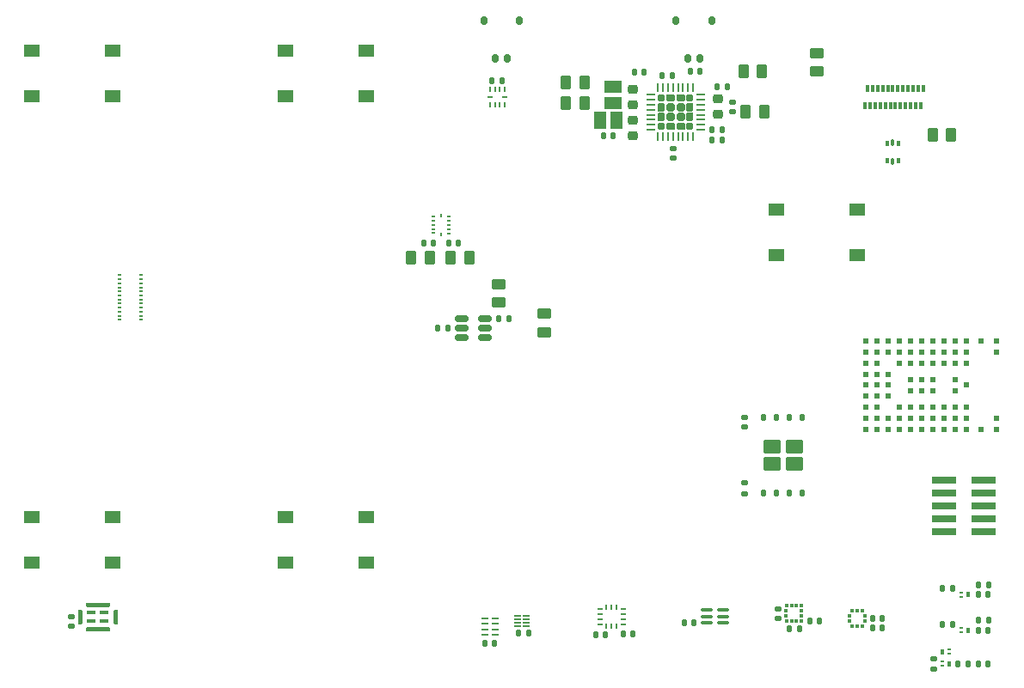
<source format=gbr>
%TF.GenerationSoftware,KiCad,Pcbnew,9.0.1+1*%
%TF.CreationDate,2025-09-19T07:31:43+00:00*%
%TF.ProjectId,ZSWatch-Watch-DevKit,5a535761-7463-4682-9d57-617463682d44,+ (Unreleased)*%
%TF.SameCoordinates,Original*%
%TF.FileFunction,Paste,Top*%
%TF.FilePolarity,Positive*%
%FSLAX46Y46*%
G04 Gerber Fmt 4.6, Leading zero omitted, Abs format (unit mm)*
G04 Created by KiCad (PCBNEW 9.0.1+1) date 2025-09-19 07:31:43*
%MOMM*%
%LPD*%
G01*
G04 APERTURE LIST*
G04 Aperture macros list*
%AMRoundRect*
0 Rectangle with rounded corners*
0 $1 Rounding radius*
0 $2 $3 $4 $5 $6 $7 $8 $9 X,Y pos of 4 corners*
0 Add a 4 corners polygon primitive as box body*
4,1,4,$2,$3,$4,$5,$6,$7,$8,$9,$2,$3,0*
0 Add four circle primitives for the rounded corners*
1,1,$1+$1,$2,$3*
1,1,$1+$1,$4,$5*
1,1,$1+$1,$6,$7*
1,1,$1+$1,$8,$9*
0 Add four rect primitives between the rounded corners*
20,1,$1+$1,$2,$3,$4,$5,0*
20,1,$1+$1,$4,$5,$6,$7,0*
20,1,$1+$1,$6,$7,$8,$9,0*
20,1,$1+$1,$8,$9,$2,$3,0*%
%AMFreePoly0*
4,1,19,0.290204,0.301344,0.321117,0.247801,0.322490,0.232106,0.322490,-0.157228,0.301344,-0.215326,0.296017,-0.221139,0.221139,-0.296017,0.165105,-0.322146,0.157228,-0.322490,-0.232106,-0.322490,-0.290204,-0.301344,-0.321117,-0.247801,-0.322490,-0.232106,-0.322490,0.232106,-0.301344,0.290204,-0.247801,0.321117,-0.232106,0.322490,0.232106,0.322490,0.290204,0.301344,0.290204,0.301344,
$1*%
%AMFreePoly1*
4,1,21,0.231572,0.385173,0.236504,0.380653,0.300030,0.317127,0.322198,0.269587,0.322490,0.262904,0.322490,-0.262904,0.304550,-0.312195,0.300030,-0.317127,0.236504,-0.380653,0.188964,-0.402821,0.182281,-0.403113,-0.245807,-0.403113,-0.295098,-0.385173,-0.321325,-0.339746,-0.322490,-0.326430,-0.322490,0.326430,-0.304550,0.375721,-0.259123,0.401948,-0.245807,0.403113,0.182281,0.403113,
0.231572,0.385173,0.231572,0.385173,$1*%
%AMFreePoly2*
4,1,19,0.215326,0.301344,0.221139,0.296017,0.296017,0.221139,0.322146,0.165105,0.322490,0.157228,0.322490,-0.232106,0.301344,-0.290204,0.247801,-0.321117,0.232106,-0.322490,-0.232106,-0.322490,-0.290204,-0.301344,-0.321117,-0.247801,-0.322490,-0.232106,-0.322490,0.232106,-0.301344,0.290204,-0.247801,0.321117,-0.232106,0.322490,0.157228,0.322490,0.215326,0.301344,0.215326,0.301344,
$1*%
%AMFreePoly3*
4,1,21,0.375721,0.304550,0.401948,0.259123,0.403113,0.245807,0.403113,-0.182281,0.385173,-0.231572,0.380653,-0.236504,0.317127,-0.300030,0.269587,-0.322198,0.262904,-0.322490,-0.262904,-0.322490,-0.312195,-0.304550,-0.317127,-0.300030,-0.380653,-0.236504,-0.402821,-0.188964,-0.403113,-0.182281,-0.403113,0.245807,-0.385173,0.295098,-0.339746,0.321325,-0.326430,0.322490,0.326430,0.322490,
0.375721,0.304550,0.375721,0.304550,$1*%
%AMFreePoly4*
4,1,21,0.312195,0.304550,0.317127,0.300030,0.380653,0.236504,0.402821,0.188964,0.403113,0.182281,0.403113,-0.245807,0.385173,-0.295098,0.339746,-0.321325,0.326430,-0.322490,-0.326430,-0.322490,-0.375721,-0.304550,-0.401948,-0.259123,-0.403113,-0.245807,-0.403113,0.182281,-0.385173,0.231572,-0.380653,0.236504,-0.317127,0.300030,-0.269587,0.322198,-0.262904,0.322490,0.262904,0.322490,
0.312195,0.304550,0.312195,0.304550,$1*%
%AMFreePoly5*
4,1,19,0.290204,0.301344,0.321117,0.247801,0.322490,0.232106,0.322490,-0.232106,0.301344,-0.290204,0.247801,-0.321117,0.232106,-0.322490,-0.157228,-0.322490,-0.215326,-0.301344,-0.221139,-0.296017,-0.296017,-0.221139,-0.322146,-0.165105,-0.322490,-0.157228,-0.322490,0.232106,-0.301344,0.290204,-0.247801,0.321117,-0.232106,0.322490,0.232106,0.322490,0.290204,0.301344,0.290204,0.301344,
$1*%
%AMFreePoly6*
4,1,21,0.295098,0.385173,0.321325,0.339746,0.322490,0.326430,0.322490,-0.326430,0.304550,-0.375721,0.259123,-0.401948,0.245807,-0.403113,-0.182281,-0.403113,-0.231572,-0.385173,-0.236504,-0.380653,-0.300030,-0.317127,-0.322198,-0.269587,-0.322490,-0.262904,-0.322490,0.262904,-0.304550,0.312195,-0.300030,0.317127,-0.236504,0.380653,-0.188964,0.402821,-0.182281,0.403113,0.245807,0.403113,
0.295098,0.385173,0.295098,0.385173,$1*%
%AMFreePoly7*
4,1,19,0.290204,0.301344,0.321117,0.247801,0.322490,0.232106,0.322490,-0.232106,0.301344,-0.290204,0.247801,-0.321117,0.232106,-0.322490,-0.232106,-0.322490,-0.290204,-0.301344,-0.321117,-0.247801,-0.322490,-0.232106,-0.322490,0.157228,-0.301344,0.215326,-0.296017,0.221139,-0.221139,0.296017,-0.165105,0.322146,-0.157228,0.322490,0.232106,0.322490,0.290204,0.301344,0.290204,0.301344,
$1*%
G04 Aperture macros list end*
%ADD10C,0.010000*%
%ADD11RoundRect,0.140000X0.140000X0.170000X-0.140000X0.170000X-0.140000X-0.170000X0.140000X-0.170000X0*%
%ADD12RoundRect,0.250000X-0.262500X-0.450000X0.262500X-0.450000X0.262500X0.450000X-0.262500X0.450000X0*%
%ADD13RoundRect,0.250000X0.262500X0.450000X-0.262500X0.450000X-0.262500X-0.450000X0.262500X-0.450000X0*%
%ADD14RoundRect,0.050000X-0.100000X-0.075000X0.100000X-0.075000X0.100000X0.075000X-0.100000X0.075000X0*%
%ADD15R,0.300000X0.600000*%
%ADD16RoundRect,0.093750X-0.093750X0.156250X-0.093750X-0.156250X0.093750X-0.156250X0.093750X0.156250X0*%
%ADD17RoundRect,0.075000X-0.075000X0.250000X-0.075000X-0.250000X0.075000X-0.250000X0.075000X0.250000X0*%
%ADD18RoundRect,0.135000X0.185000X-0.135000X0.185000X0.135000X-0.185000X0.135000X-0.185000X-0.135000X0*%
%ADD19R,1.500000X1.300000*%
%ADD20RoundRect,0.250000X-0.450000X0.262500X-0.450000X-0.262500X0.450000X-0.262500X0.450000X0.262500X0*%
%ADD21R,2.400000X0.740000*%
%ADD22FreePoly0,0.000000*%
%ADD23FreePoly1,0.000000*%
%ADD24FreePoly2,0.000000*%
%ADD25FreePoly3,0.000000*%
%ADD26RoundRect,0.201557X-0.201556X-0.201556X0.201556X-0.201556X0.201556X0.201556X-0.201556X0.201556X0*%
%ADD27FreePoly4,0.000000*%
%ADD28FreePoly5,0.000000*%
%ADD29FreePoly6,0.000000*%
%ADD30FreePoly7,0.000000*%
%ADD31RoundRect,0.062500X-0.337500X-0.062500X0.337500X-0.062500X0.337500X0.062500X-0.337500X0.062500X0*%
%ADD32RoundRect,0.062500X-0.062500X-0.337500X0.062500X-0.337500X0.062500X0.337500X-0.062500X0.337500X0*%
%ADD33RoundRect,0.150000X0.150000X0.275000X-0.150000X0.275000X-0.150000X-0.275000X0.150000X-0.275000X0*%
%ADD34RoundRect,0.175000X0.175000X0.225000X-0.175000X0.225000X-0.175000X-0.225000X0.175000X-0.225000X0*%
%ADD35RoundRect,0.075000X-0.512500X-0.075000X0.512500X-0.075000X0.512500X0.075000X-0.512500X0.075000X0*%
%ADD36R,0.250000X0.500000*%
%ADD37R,0.500000X0.250000*%
%ADD38RoundRect,0.140000X-0.170000X0.140000X-0.170000X-0.140000X0.170000X-0.140000X0.170000X0.140000X0*%
%ADD39RoundRect,0.135000X0.135000X0.185000X-0.135000X0.185000X-0.135000X-0.185000X0.135000X-0.185000X0*%
%ADD40RoundRect,0.140000X-0.140000X-0.170000X0.140000X-0.170000X0.140000X0.170000X-0.140000X0.170000X0*%
%ADD41RoundRect,0.250000X0.615000X-0.435000X0.615000X0.435000X-0.615000X0.435000X-0.615000X-0.435000X0*%
%ADD42RoundRect,0.125000X0.125000X-0.200000X0.125000X0.200000X-0.125000X0.200000X-0.125000X-0.200000X0*%
%ADD43R,0.650000X0.170000*%
%ADD44RoundRect,0.140000X0.170000X-0.140000X0.170000X0.140000X-0.170000X0.140000X-0.170000X-0.140000X0*%
%ADD45R,0.950000X0.450000*%
%ADD46R,0.700000X0.270000*%
%ADD47R,0.370000X0.300000*%
%ADD48R,0.300000X0.370000*%
%ADD49RoundRect,0.147500X0.147500X0.172500X-0.147500X0.172500X-0.147500X-0.172500X0.147500X-0.172500X0*%
%ADD50R,0.300000X0.700000*%
%ADD51RoundRect,0.225000X-0.250000X0.225000X-0.250000X-0.225000X0.250000X-0.225000X0.250000X0.225000X0*%
%ADD52R,0.475000X0.250000*%
%ADD53R,0.250000X0.475000*%
%ADD54R,1.150000X1.800000*%
%ADD55R,0.600000X0.600000*%
%ADD56RoundRect,0.147500X-0.147500X-0.172500X0.147500X-0.172500X0.147500X0.172500X-0.147500X0.172500X0*%
%ADD57RoundRect,0.225000X0.250000X-0.225000X0.250000X0.225000X-0.250000X0.225000X-0.250000X-0.225000X0*%
%ADD58R,0.300000X0.325000*%
%ADD59R,0.325000X0.300000*%
%ADD60R,1.800000X1.150000*%
%ADD61RoundRect,0.050000X0.100000X0.075000X-0.100000X0.075000X-0.100000X-0.075000X0.100000X-0.075000X0*%
%ADD62RoundRect,0.135000X-0.135000X-0.185000X0.135000X-0.185000X0.135000X0.185000X-0.135000X0.185000X0*%
%ADD63RoundRect,0.150000X0.512500X0.150000X-0.512500X0.150000X-0.512500X-0.150000X0.512500X-0.150000X0*%
%ADD64RoundRect,0.135000X-0.185000X0.135000X-0.185000X-0.135000X0.185000X-0.135000X0.185000X0.135000X0*%
%ADD65R,0.450000X0.210000*%
%ADD66R,0.450000X0.270000*%
%ADD67R,0.450000X0.170000*%
%ADD68R,0.170000X0.450000*%
%ADD69R,0.450000X0.150000*%
G04 APERTURE END LIST*
D10*
%TO.C,MK501*%
X166935000Y-173025000D02*
X166935000Y-174125000D01*
X166835000Y-174225000D01*
X166610000Y-174225000D01*
X166610000Y-172925000D01*
X166835000Y-172925000D01*
X166935000Y-173025000D01*
G36*
X166935000Y-173025000D02*
G01*
X166935000Y-174125000D01*
X166835000Y-174225000D01*
X166610000Y-174225000D01*
X166610000Y-172925000D01*
X166835000Y-172925000D01*
X166935000Y-173025000D01*
G37*
X169635000Y-172425000D02*
X169535000Y-172525000D01*
X167435000Y-172525000D01*
X167335000Y-172425000D01*
X167335000Y-172200000D01*
X169635000Y-172200000D01*
X169635000Y-172425000D01*
G36*
X169635000Y-172425000D02*
G01*
X169535000Y-172525000D01*
X167435000Y-172525000D01*
X167335000Y-172425000D01*
X167335000Y-172200000D01*
X169635000Y-172200000D01*
X169635000Y-172425000D01*
G37*
X169635000Y-174725000D02*
X169635000Y-174950000D01*
X167335000Y-174950000D01*
X167335000Y-174725000D01*
X167435000Y-174625000D01*
X169535000Y-174625000D01*
X169635000Y-174725000D01*
G36*
X169635000Y-174725000D02*
G01*
X169635000Y-174950000D01*
X167335000Y-174950000D01*
X167335000Y-174725000D01*
X167435000Y-174625000D01*
X169535000Y-174625000D01*
X169635000Y-174725000D01*
G37*
X170360000Y-174225000D02*
X170135000Y-174225000D01*
X170035000Y-174125000D01*
X170035000Y-173025000D01*
X170135000Y-172925000D01*
X170360000Y-172925000D01*
X170360000Y-174225000D01*
G36*
X170360000Y-174225000D02*
G01*
X170135000Y-174225000D01*
X170035000Y-174125000D01*
X170035000Y-173025000D01*
X170135000Y-172925000D01*
X170360000Y-172925000D01*
X170360000Y-174225000D01*
G37*
%TD*%
D11*
%TO.C,C410*%
X225060000Y-120200000D03*
X224100000Y-120200000D03*
%TD*%
D12*
%TO.C,R605*%
X250700000Y-126100000D03*
X252525000Y-126100000D03*
%TD*%
D13*
%TO.C,R409*%
X234112500Y-123749000D03*
X232287500Y-123749000D03*
%TD*%
D14*
%TO.C,Q403*%
X253550000Y-171175000D03*
X253550000Y-171625000D03*
D15*
X254250000Y-171400000D03*
%TD*%
D12*
%TO.C,R615*%
X203275000Y-138200000D03*
X205100000Y-138200000D03*
%TD*%
D16*
%TO.C,IC602*%
X247337500Y-126937500D03*
D17*
X246800000Y-126862500D03*
D16*
X246262500Y-126937500D03*
X246262500Y-128637500D03*
D17*
X246800000Y-128712500D03*
D16*
X247337500Y-128637500D03*
%TD*%
D18*
%TO.C,R403*%
X250800000Y-178710000D03*
X250800000Y-177690000D03*
%TD*%
D19*
%TO.C,S503*%
X162025000Y-163750000D03*
X162025000Y-168250000D03*
X169975000Y-163750000D03*
X169975000Y-168250000D03*
%TD*%
%TO.C,S504*%
X162025000Y-117750000D03*
X162025000Y-122250000D03*
X169975000Y-117750000D03*
X169975000Y-122250000D03*
%TD*%
D20*
%TO.C,R613*%
X212500000Y-143687500D03*
X212500000Y-145512500D03*
%TD*%
D21*
%TO.C,X601*%
X251800000Y-160120000D03*
X255700000Y-160120000D03*
X251800000Y-161390000D03*
X255700000Y-161390000D03*
X251800000Y-162660000D03*
X255700000Y-162660000D03*
X251800000Y-163930000D03*
X255700000Y-163930000D03*
X251800000Y-165200000D03*
X255700000Y-165200000D03*
%TD*%
D22*
%TO.C,IC401*%
X223987790Y-122430400D03*
D23*
X223987790Y-123330400D03*
X223987790Y-124330400D03*
D24*
X223987790Y-125230400D03*
D25*
X224887790Y-122430400D03*
D26*
X224887790Y-123330400D03*
X224887790Y-124330400D03*
D27*
X224887790Y-125230400D03*
D25*
X225887790Y-122430400D03*
D26*
X225887790Y-123330400D03*
X225887790Y-124330400D03*
D27*
X225887790Y-125230400D03*
D28*
X226787790Y-122430400D03*
D29*
X226787790Y-123330400D03*
X226787790Y-124330400D03*
D30*
X226787790Y-125230400D03*
D31*
X222937790Y-122080400D03*
X222937790Y-122580400D03*
X222937790Y-123080400D03*
X222937790Y-123580400D03*
X222937790Y-124080400D03*
X222937790Y-124580400D03*
X222937790Y-125080400D03*
X222937790Y-125580400D03*
D32*
X223637790Y-126280400D03*
X224137790Y-126280400D03*
X224637790Y-126280400D03*
X225137790Y-126280400D03*
X225637790Y-126280400D03*
X226137790Y-126280400D03*
X226637790Y-126280400D03*
X227137790Y-126280400D03*
D31*
X227837790Y-125580400D03*
X227837790Y-125080400D03*
X227837790Y-124580400D03*
X227837790Y-124080400D03*
X227837790Y-123580400D03*
X227837790Y-123080400D03*
X227837790Y-122580400D03*
X227837790Y-122080400D03*
D32*
X227137790Y-121380400D03*
X226637790Y-121380400D03*
X226137790Y-121380400D03*
X225637790Y-121380400D03*
X225137790Y-121380400D03*
X224637790Y-121380400D03*
X224137790Y-121380400D03*
X223637790Y-121380400D03*
%TD*%
D33*
%TO.C,X509*%
X208850000Y-118575000D03*
X207650000Y-118575000D03*
D34*
X210000000Y-114800000D03*
X206500000Y-114800000D03*
%TD*%
D35*
%TO.C,IC501*%
X228505000Y-172900000D03*
X228505000Y-173550000D03*
X228505000Y-174200000D03*
X230080000Y-174200000D03*
X230080000Y-173550000D03*
X230080000Y-172900000D03*
%TD*%
D11*
%TO.C,C403*%
X227780000Y-119800000D03*
X226820000Y-119800000D03*
%TD*%
D36*
%TO.C,IC505*%
X207100000Y-123100000D03*
X207600000Y-123100000D03*
X208100000Y-123100000D03*
X208600000Y-123100000D03*
D37*
X208600000Y-122350000D03*
D36*
X208600000Y-121600000D03*
X208100000Y-121600000D03*
X207600000Y-121600000D03*
X207100000Y-121600000D03*
D37*
X207100000Y-122350000D03*
%TD*%
D38*
%TO.C,C505*%
X235500000Y-172795000D03*
X235500000Y-173755000D03*
%TD*%
D39*
%TO.C,R405*%
X256210000Y-170400000D03*
X255190000Y-170400000D03*
%TD*%
D40*
%TO.C,C404*%
X229520000Y-121300000D03*
X230480000Y-121300000D03*
%TD*%
D11*
%TO.C,C511*%
X207580000Y-176220000D03*
X206620000Y-176220000D03*
%TD*%
D41*
%TO.C,IC603*%
X234920000Y-158500000D03*
X237070000Y-158500000D03*
X234920000Y-156800000D03*
X237070000Y-156800000D03*
D42*
X234090000Y-161400000D03*
X235360000Y-161400000D03*
X236630000Y-161400000D03*
X237900000Y-161400000D03*
X237900000Y-153900000D03*
X236630000Y-153900000D03*
X235360000Y-153900000D03*
X234090000Y-153900000D03*
%TD*%
D43*
%TO.C,IC506*%
X210725000Y-174500000D03*
X210725000Y-174150000D03*
X210725000Y-173800000D03*
X210725000Y-173450000D03*
X209875000Y-173450000D03*
X209875000Y-173800000D03*
X209875000Y-174150000D03*
X209875000Y-174500000D03*
%TD*%
D44*
%TO.C,C602*%
X232170000Y-154880000D03*
X232170000Y-153920000D03*
%TD*%
D45*
%TO.C,MK501*%
X167810000Y-173150000D03*
X169160000Y-173150000D03*
X169160000Y-174000000D03*
X167810000Y-174000000D03*
%TD*%
D12*
%TO.C,R410*%
X214587500Y-120900000D03*
X216412500Y-120900000D03*
%TD*%
D13*
%TO.C,R616*%
X201187500Y-138200000D03*
X199362500Y-138200000D03*
%TD*%
D39*
%TO.C,R408*%
X229989410Y-126538400D03*
X228969410Y-126538400D03*
%TD*%
D33*
%TO.C,X402*%
X227800000Y-118575000D03*
X226600000Y-118575000D03*
D34*
X228950000Y-114800000D03*
X225450000Y-114800000D03*
%TD*%
D11*
%TO.C,C503*%
X218500000Y-175332500D03*
X217540000Y-175332500D03*
%TD*%
D46*
%TO.C,IC507*%
X206600000Y-173725000D03*
X206600000Y-174265000D03*
X206600000Y-174805000D03*
X206600000Y-175345000D03*
X207600000Y-175345000D03*
X207600000Y-174805000D03*
X207600000Y-174265000D03*
X207600000Y-173725000D03*
%TD*%
D47*
%TO.C,IC504*%
X244062500Y-174007500D03*
X244062500Y-173507500D03*
D48*
X243800000Y-172995000D03*
X243300000Y-172995000D03*
X242800000Y-172995000D03*
D47*
X242537500Y-173507500D03*
X242537500Y-174007500D03*
D48*
X242800000Y-174520000D03*
X243300000Y-174520000D03*
X243800000Y-174520000D03*
%TD*%
D11*
%TO.C,C510*%
X208280000Y-120700000D03*
X207320000Y-120700000D03*
%TD*%
D49*
%TO.C,D403*%
X256185000Y-178200000D03*
X255215000Y-178200000D03*
%TD*%
D50*
%TO.C,X603*%
X249550000Y-123220000D03*
X249050000Y-123220000D03*
X248550000Y-123220000D03*
X248050000Y-123220000D03*
X247550000Y-123220000D03*
X247050000Y-123220000D03*
X246550000Y-123220000D03*
X246050000Y-123220000D03*
X245550000Y-123220000D03*
X245050000Y-123220000D03*
X244550000Y-123220000D03*
X244050000Y-123220000D03*
X244300000Y-121520000D03*
X244800000Y-121520000D03*
X245300000Y-121520000D03*
X245800000Y-121520000D03*
X246300000Y-121520000D03*
X246800000Y-121520000D03*
X247300000Y-121520000D03*
X247800000Y-121520000D03*
X248300000Y-121520000D03*
X248800000Y-121520000D03*
X249300000Y-121520000D03*
X249800000Y-121520000D03*
%TD*%
D51*
%TO.C,C408*%
X221151410Y-124633400D03*
X221151410Y-126183400D03*
%TD*%
D39*
%TO.C,R404*%
X256210000Y-173900000D03*
X255190000Y-173900000D03*
%TD*%
D44*
%TO.C,C502*%
X165900000Y-174500000D03*
X165900000Y-173540000D03*
%TD*%
D52*
%TO.C,IC502*%
X217937500Y-172800000D03*
X217937500Y-173300000D03*
X217937500Y-173800000D03*
X217937500Y-174300000D03*
D53*
X218600000Y-174462500D03*
X219100000Y-174462500D03*
X219600000Y-174462500D03*
D52*
X220262500Y-174300000D03*
X220262500Y-173800000D03*
X220262500Y-173300000D03*
X220262500Y-172800000D03*
D53*
X219600000Y-172637500D03*
X219100000Y-172637500D03*
X218600000Y-172637500D03*
%TD*%
D20*
%TO.C,R606*%
X239300000Y-117987500D03*
X239300000Y-119812500D03*
%TD*%
D54*
%TO.C,L401*%
X217938410Y-124659400D03*
X219538410Y-124659400D03*
%TD*%
D55*
%TO.C,M601*%
X244100000Y-155150000D03*
X244100000Y-154050000D03*
X244100000Y-152950000D03*
X244100000Y-151850000D03*
X244100000Y-150750000D03*
X244100000Y-149650000D03*
X244100000Y-148550000D03*
X244100000Y-147450000D03*
X244100000Y-146350000D03*
X245200000Y-155150000D03*
X245200000Y-154050000D03*
X245200000Y-152950000D03*
X245200000Y-151850000D03*
X245200000Y-150750000D03*
X245200000Y-149650000D03*
X245200000Y-148550000D03*
X245200000Y-147450000D03*
X245200000Y-146350000D03*
X246300000Y-155150000D03*
X246300000Y-154050000D03*
X246300000Y-151850000D03*
X246300000Y-150750000D03*
X246300000Y-149650000D03*
X246300000Y-147450000D03*
X246300000Y-146350000D03*
X247400000Y-155150000D03*
X247400000Y-154050000D03*
X247400000Y-152950000D03*
X247400000Y-148550000D03*
X247400000Y-147450000D03*
X247400000Y-146350000D03*
X248500000Y-155150000D03*
X248500000Y-154050000D03*
X248500000Y-152950000D03*
X248500000Y-151300000D03*
X248500000Y-150200000D03*
X248500000Y-148550000D03*
X248500000Y-147450000D03*
X248500000Y-146350000D03*
X249600000Y-155150000D03*
X249600000Y-154050000D03*
X249600000Y-152950000D03*
X249600000Y-151300000D03*
X249600000Y-150200000D03*
X249600000Y-148550000D03*
X249600000Y-147450000D03*
X249600000Y-146350000D03*
X250700000Y-155150000D03*
X250700000Y-154050000D03*
X250700000Y-152950000D03*
X250700000Y-151300000D03*
X250700000Y-150200000D03*
X250700000Y-148550000D03*
X250700000Y-147450000D03*
X250700000Y-146350000D03*
X251800000Y-155150000D03*
X251800000Y-154050000D03*
X251800000Y-152950000D03*
X251800000Y-148550000D03*
X251800000Y-147450000D03*
X251800000Y-146350000D03*
X252900000Y-155150000D03*
X252900000Y-154050000D03*
X252900000Y-152950000D03*
X252900000Y-151300000D03*
X252900000Y-150200000D03*
X252900000Y-148550000D03*
X252900000Y-147450000D03*
X252900000Y-146350000D03*
X254000000Y-155150000D03*
X254000000Y-154050000D03*
X254000000Y-152950000D03*
X254000000Y-150750000D03*
X254000000Y-148550000D03*
X254000000Y-147450000D03*
X254000000Y-146350000D03*
X255500000Y-155150000D03*
X255500000Y-146350000D03*
X257000000Y-155150000D03*
X257000000Y-154050000D03*
X257000000Y-147450000D03*
X257000000Y-146350000D03*
%TD*%
D56*
%TO.C,D401*%
X255215000Y-174900000D03*
X256185000Y-174900000D03*
%TD*%
D57*
%TO.C,C406*%
X221151410Y-123148400D03*
X221151410Y-121598400D03*
%TD*%
D11*
%TO.C,C407*%
X222289600Y-119930400D03*
X221329600Y-119930400D03*
%TD*%
D40*
%TO.C,C405*%
X218299410Y-126138400D03*
X219259410Y-126138400D03*
%TD*%
D11*
%TO.C,C501*%
X227187500Y-174200000D03*
X226227500Y-174200000D03*
%TD*%
%TO.C,C504*%
X221180000Y-175300000D03*
X220220000Y-175300000D03*
%TD*%
%TO.C,C601*%
X208980000Y-144187500D03*
X208020000Y-144187500D03*
%TD*%
D58*
%TO.C,IC503*%
X237812500Y-172462500D03*
X237312500Y-172462500D03*
X236812500Y-172462500D03*
X236312500Y-172462500D03*
D59*
X236300000Y-172975000D03*
X236300000Y-173475000D03*
D58*
X236312500Y-173987500D03*
X236812500Y-173987500D03*
X237312500Y-173987500D03*
X237812500Y-173987500D03*
D59*
X237825000Y-173475000D03*
X237825000Y-172975000D03*
%TD*%
D40*
%TO.C,C506*%
X238620000Y-173975000D03*
X239580000Y-173975000D03*
%TD*%
D60*
%TO.C,L402*%
X219246410Y-121319400D03*
X219246410Y-122919400D03*
%TD*%
D57*
%TO.C,C409*%
X229590620Y-124044000D03*
X229590620Y-122494000D03*
%TD*%
D20*
%TO.C,R602*%
X208020000Y-140775000D03*
X208020000Y-142600000D03*
%TD*%
D39*
%TO.C,R402*%
X252710000Y-170800000D03*
X251690000Y-170800000D03*
%TD*%
D19*
%TO.C,S502*%
X187025000Y-163750000D03*
X187025000Y-168250000D03*
X194975000Y-163750000D03*
X194975000Y-168250000D03*
%TD*%
D61*
%TO.C,Q401*%
X252350000Y-177225000D03*
X252350000Y-176775000D03*
D15*
X251650000Y-177000000D03*
%TD*%
D11*
%TO.C,C508*%
X245780000Y-173700000D03*
X244820000Y-173700000D03*
%TD*%
D12*
%TO.C,R411*%
X214587500Y-122900000D03*
X216412500Y-122900000D03*
%TD*%
D62*
%TO.C,R601*%
X201990000Y-145137500D03*
X203010000Y-145137500D03*
%TD*%
D63*
%TO.C,IC601*%
X206637500Y-146087500D03*
X206637500Y-145137500D03*
X206637500Y-144187500D03*
X204362500Y-144187500D03*
X204362500Y-145137500D03*
X204362500Y-146087500D03*
%TD*%
D12*
%TO.C,R412*%
X232087500Y-119800000D03*
X233912500Y-119800000D03*
%TD*%
D64*
%TO.C,R612*%
X232170000Y-160400000D03*
X232170000Y-161420000D03*
%TD*%
D19*
%TO.C,S501*%
X187025000Y-117750000D03*
X187025000Y-122250000D03*
X194975000Y-117750000D03*
X194975000Y-122250000D03*
%TD*%
D44*
%TO.C,C401*%
X231000000Y-123780000D03*
X231000000Y-122820000D03*
%TD*%
D39*
%TO.C,R406*%
X254210000Y-178200000D03*
X253190000Y-178200000D03*
%TD*%
D11*
%TO.C,C604*%
X201555000Y-136700000D03*
X200595000Y-136700000D03*
%TD*%
D65*
%TO.C,X608*%
X172800000Y-144300000D03*
X172800000Y-143900000D03*
X172800000Y-143500000D03*
X172800000Y-143100000D03*
X172800000Y-142700000D03*
X172800000Y-142300000D03*
X172800000Y-141900000D03*
X172800000Y-141500000D03*
X172800000Y-141100000D03*
X172800000Y-140700000D03*
X172800000Y-140300000D03*
X172800000Y-139900000D03*
X170610000Y-139900000D03*
X170610000Y-140300000D03*
X170610000Y-140700000D03*
X170610000Y-141100000D03*
X170610000Y-141500000D03*
X170610000Y-141900000D03*
X170610000Y-142300000D03*
X170610000Y-142700000D03*
X170610000Y-143100000D03*
X170610000Y-143500000D03*
X170610000Y-143900000D03*
X170610000Y-144300000D03*
%TD*%
D56*
%TO.C,D402*%
X255215000Y-171400000D03*
X256185000Y-171400000D03*
%TD*%
D40*
%TO.C,C509*%
X244820000Y-174700000D03*
X245780000Y-174700000D03*
%TD*%
D38*
%TO.C,C402*%
X225137790Y-127420000D03*
X225137790Y-128380000D03*
%TD*%
D66*
%TO.C,IC604*%
X203045000Y-135800000D03*
D67*
X203045000Y-135350000D03*
X203045000Y-134950000D03*
X203045000Y-134550000D03*
X203045000Y-134150000D03*
D68*
X202295000Y-134050000D03*
D69*
X201545000Y-134150000D03*
D67*
X201545000Y-134550000D03*
X201545000Y-134950000D03*
X201545000Y-135350000D03*
X201545000Y-135750000D03*
D68*
X202295000Y-135850000D03*
%TD*%
D39*
%TO.C,R407*%
X229989410Y-125580400D03*
X228969410Y-125580400D03*
%TD*%
D14*
%TO.C,Q404*%
X251650000Y-177975000D03*
X251650000Y-178425000D03*
D15*
X252350000Y-178200000D03*
%TD*%
D11*
%TO.C,C507*%
X237580000Y-174775000D03*
X236620000Y-174775000D03*
%TD*%
D39*
%TO.C,R401*%
X252710000Y-174300000D03*
X251690000Y-174300000D03*
%TD*%
D14*
%TO.C,Q402*%
X253550000Y-174675000D03*
X253550000Y-175125000D03*
D15*
X254250000Y-174900000D03*
%TD*%
D62*
%TO.C,R502*%
X209890000Y-175200000D03*
X210910000Y-175200000D03*
%TD*%
D19*
%TO.C,S601*%
X243275000Y-137950000D03*
X243275000Y-133450000D03*
X235325000Y-137950000D03*
X235325000Y-133450000D03*
%TD*%
D40*
%TO.C,C603*%
X203057500Y-136700000D03*
X204017500Y-136700000D03*
%TD*%
M02*

</source>
